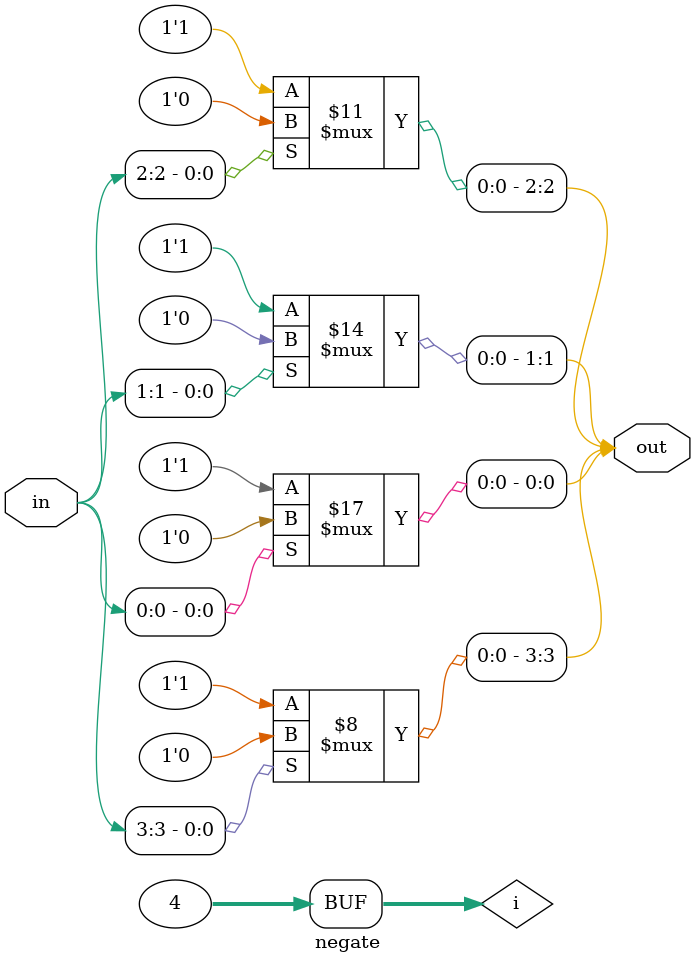
<source format=v>
module negate(input [3:0] in, output reg [3:0] out);
    integer i;
    always @* begin
        for(i = 0; i < 4; i = i + 1) begin
            if(in[i] == 1) out[i] = 0;
            else out[i] = 1;
            
        end
    end
endmodule
</source>
